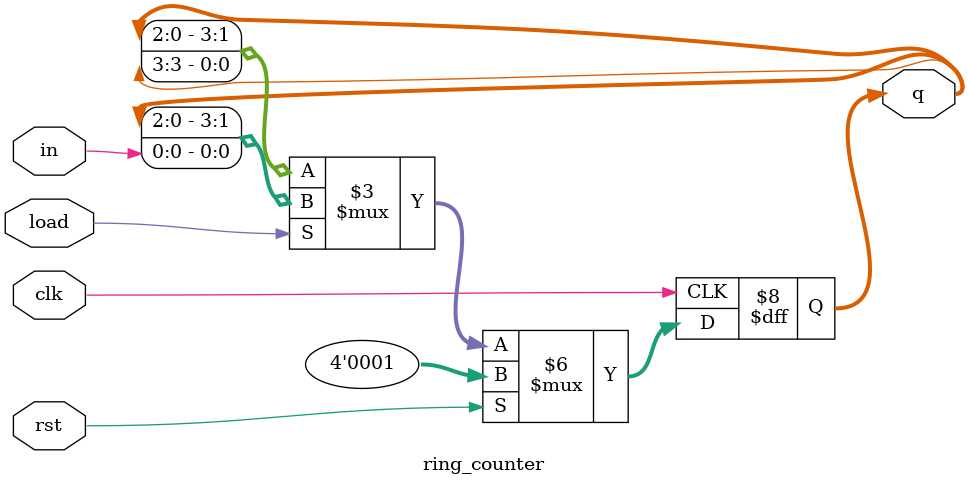
<source format=v>
module ring_counter(clk,rst,load,in,q);

	input clk,rst,in,load;
	output reg[3:0]q;

	always@(posedge clk)
	begin
		if(rst)
			q<=4'b0001;
		else
			begin
				if(load)
					q<={q[2:0],in};
				else
					q<={q[2:0],q[3]};
			end
	end

endmodule
				
</source>
